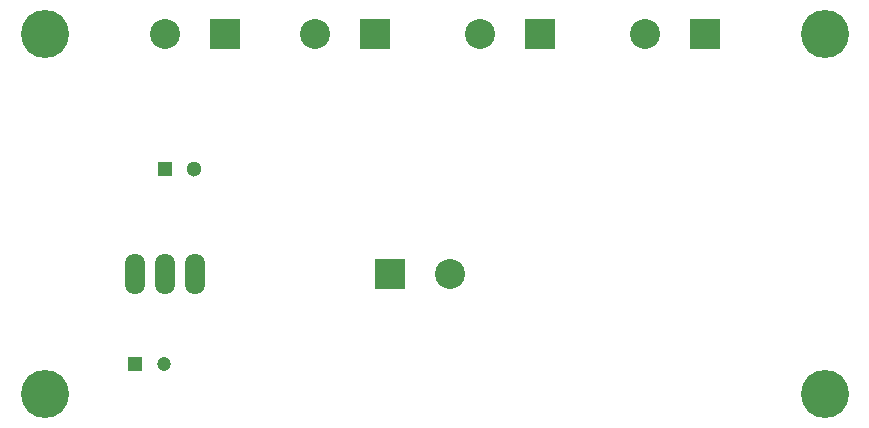
<source format=gbr>
G04 #@! TF.FileFunction,Copper,L1,Top,Signal*
%FSLAX46Y46*%
G04 Gerber Fmt 4.6, Leading zero omitted, Abs format (unit mm)*
G04 Created by KiCad (PCBNEW 4.0.6+dfsg1-1) date Wed Nov  1 12:52:48 2017*
%MOMM*%
%LPD*%
G01*
G04 APERTURE LIST*
%ADD10C,0.050000*%
%ADD11R,1.200000X1.200000*%
%ADD12C,1.200000*%
%ADD13R,1.300000X1.300000*%
%ADD14C,1.300000*%
%ADD15R,2.540000X2.540000*%
%ADD16C,2.540000*%
%ADD17O,1.699260X3.500120*%
%ADD18C,4.064000*%
G04 APERTURE END LIST*
D10*
D11*
X125730000Y-118110000D03*
D12*
X128230000Y-118110000D03*
D13*
X128270000Y-101600000D03*
D14*
X130770000Y-101600000D03*
D15*
X147320000Y-110490000D03*
D16*
X152400000Y-110490000D03*
D15*
X146050000Y-90170000D03*
D16*
X140970000Y-90170000D03*
D15*
X133350000Y-90170000D03*
D16*
X128270000Y-90170000D03*
D15*
X173990000Y-90170000D03*
D16*
X168910000Y-90170000D03*
D15*
X160020000Y-90170000D03*
D16*
X154940000Y-90170000D03*
D17*
X128270000Y-110490000D03*
X130810000Y-110490000D03*
X125730000Y-110490000D03*
D18*
X184150000Y-90170000D03*
X118110000Y-90170000D03*
X118110000Y-120650000D03*
X184150000Y-120650000D03*
M02*

</source>
